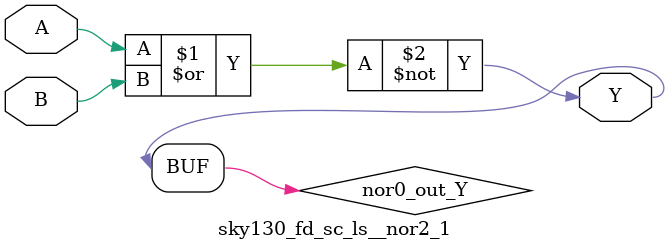
<source format=v>
/*
 * Copyright 2020 The SkyWater PDK Authors
 *
 * Licensed under the Apache License, Version 2.0 (the "License");
 * you may not use this file except in compliance with the License.
 * You may obtain a copy of the License at
 *
 *     https://www.apache.org/licenses/LICENSE-2.0
 *
 * Unless required by applicable law or agreed to in writing, software
 * distributed under the License is distributed on an "AS IS" BASIS,
 * WITHOUT WARRANTIES OR CONDITIONS OF ANY KIND, either express or implied.
 * See the License for the specific language governing permissions and
 * limitations under the License.
 *
 * SPDX-License-Identifier: Apache-2.0
*/


`ifndef SKY130_FD_SC_LS__NOR2_1_FUNCTIONAL_V
`define SKY130_FD_SC_LS__NOR2_1_FUNCTIONAL_V

/**
 * nor2: 2-input NOR.
 *
 * Verilog simulation functional model.
 */

`timescale 1ns / 1ps
`default_nettype none

`celldefine
module sky130_fd_sc_ls__nor2_1 (
    Y,
    A,
    B
);

    // Module ports
    output Y;
    input  A;
    input  B;

    // Local signals
    wire nor0_out_Y;

    //  Name  Output      Other arguments
    nor nor0 (nor0_out_Y, A, B           );
    buf buf0 (Y         , nor0_out_Y     );

endmodule
`endcelldefine

`default_nettype wire
`endif  // SKY130_FD_SC_LS__NOR2_1_FUNCTIONAL_V

</source>
